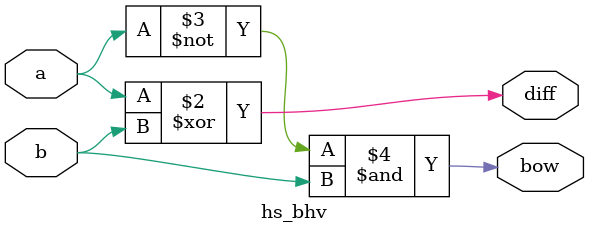
<source format=v>
`timescale 1ns / 1ps


module hs_bhv(
    input a,b,
    output reg diff,bow
    );
    always@(*)
    begin
    diff= a^b;
    bow=~a&b;
    
   end
endmodule

</source>
